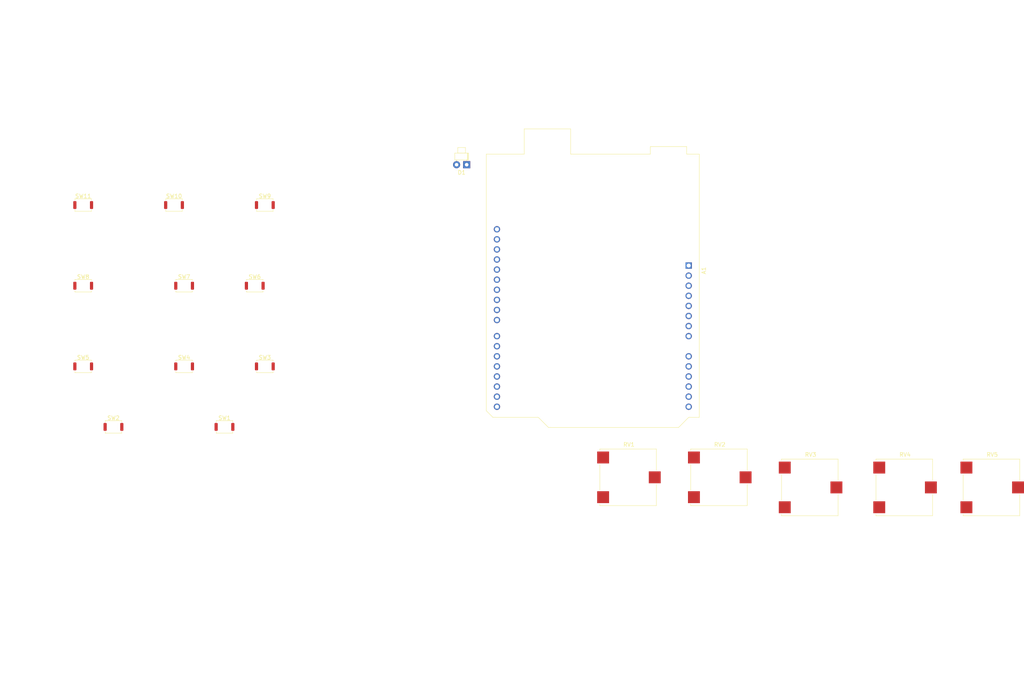
<source format=kicad_pcb>
(kicad_pcb (version 20221018) (generator pcbnew)
  (layers (0 "F.Cu" signal) (31 "B.Cu" signal) (34 "B.Paste" user) (35 "F.Paste" user) (36 "B.SilkS" user "B.Silkscreen") (37 "F.SilkS" user "F.Silkscreen") (38 "B.Mask" user) (39 "F.Mask" user) (44 "Edge.Cuts" user))
  (net 0 "")
  (net 10 "Net-(A1-A1)")
  (net 11 "Net-(A1-A2)")
  (net 12 "Net-(A1-A3)")
  (net 13 "Net-(A1-SDA{slash}A4-Pad13)")
  (net 14 "Net-(A1-SCL{slash}A5-Pad14)")
  (net 17 "Net-(A1-D2)")
  (net 18 "Net-(A1-D3)")
  (net 19 "Net-(A1-D4)")
  (net 20 "Net-(A1-D5)")
  (net 21 "Net-(A1-D6)")
  (net 22 "Net-(A1-D7)")
  (net 23 "Net-(A1-D8)")
  (net 24 "Net-(A1-D9)")
  (net 25 "Net-(A1-D10)")
  (net 26 "Net-(A1-D11)")
  (net 27 "Net-(A1-D12)")
  (net 28 "Net-(A1-D13)")
  (net 29 "Net-(D1-K)")
  (footprint "Potentiometer_SMD:Potentiometer_ACP_CA14-VSMD_Vertical_Hole" (layer "F.Cu") (at 232.26 96.52)
    (fp_text reference "RV4" (at 0 -8.25) (layer "F.SilkS"))
    (fp_text value "R_Potentiometer")
    (fp_line (start -7.32 -7.12) (end -7.32 -6.741) (stroke (width 0.12)) (layer "F.SilkS"))
    (fp_line (start -7.32 -7.12) (end 6.92 -7.12) (stroke (width 0.12)) (layer "F.SilkS"))
    (fp_line (start -7.32 -3.259) (end -7.32 3.26) (stroke (width 0.12)) (layer "F.SilkS"))
    (fp_line (start -7.32 6.74) (end -7.32 7.12) (stroke (width 0.12)) (layer "F.SilkS"))
    (fp_line (start -7.32 7.12) (end 6.92 7.12) (stroke (width 0.12)) (layer "F.SilkS"))
    (fp_line (start 6.92 -7.12) (end 6.92 -1.74) (stroke (width 0.12)) (layer "F.SilkS"))
    (fp_line (start 6.92 1.74) (end 6.92 7.12) (stroke (width 0.12)) (layer "F.SilkS"))
    (pad "" np_thru_hole circle (at -0.2 0) (size 7 7) (drill 7) (layers "*.Cu" "*.Mask"))
    (pad "1" smd rect (at -6.5 5) (size 3 3) (layers "F.Cu" "F.Paste" "F.Mask"))
    (pad "2" smd rect (at 6.5 0) (size 3 3) (layers "F.Cu" "F.Paste" "F.Mask") (net 13 "Net-(A1-SDA{slash}A4-Pad13)"))
    (pad "3" smd rect (at -6.5 -5) (size 3 3) (layers "F.Cu" "F.Paste" "F.Mask"))
  )
  (footprint "Potentiometer_SMD:Potentiometer_ACP_CA14-VSMD_Vertical_Hole" (layer "F.Cu") (at 185.62 93.98)
    (fp_text reference "RV2" (at 0 -8.25) (layer "F.SilkS"))
    (fp_text value "R_Potentiometer")
    (fp_line (start -7.32 -7.12) (end -7.32 -6.741) (stroke (width 0.12)) (layer "F.SilkS"))
    (fp_line (start -7.32 -7.12) (end 6.92 -7.12) (stroke (width 0.12)) (layer "F.SilkS"))
    (fp_line (start -7.32 -3.259) (end -7.32 3.26) (stroke (width 0.12)) (layer "F.SilkS"))
    (fp_line (start -7.32 6.74) (end -7.32 7.12) (stroke (width 0.12)) (layer "F.SilkS"))
    (fp_line (start -7.32 7.12) (end 6.92 7.12) (stroke (width 0.12)) (layer "F.SilkS"))
    (fp_line (start 6.92 -7.12) (end 6.92 -1.74) (stroke (width 0.12)) (layer "F.SilkS"))
    (fp_line (start 6.92 1.74) (end 6.92 7.12) (stroke (width 0.12)) (layer "F.SilkS"))
    (pad "" np_thru_hole circle (at -0.2 0) (size 7 7) (drill 7) (layers "*.Cu" "*.Mask"))
    (pad "1" smd rect (at -6.5 5) (size 3 3) (layers "F.Cu" "F.Paste" "F.Mask"))
    (pad "2" smd rect (at 6.5 0) (size 3 3) (layers "F.Cu" "F.Paste" "F.Mask") (net 11 "Net-(A1-A2)"))
    (pad "3" smd rect (at -6.5 -5) (size 3 3) (layers "F.Cu" "F.Paste" "F.Mask"))
  )
  (footprint "Potentiometer_SMD:Potentiometer_ACP_CA14-VSMD_Vertical_Hole" (layer "F.Cu") (at 162.76 93.98)
    (fp_text reference "RV1" (at 0 -8.25) (layer "F.SilkS"))
    (fp_text value "R_Potentiometer")
    (fp_line (start -7.32 -7.12) (end -7.32 -6.741) (stroke (width 0.12)) (layer "F.SilkS"))
    (fp_line (start -7.32 -7.12) (end 6.92 -7.12) (stroke (width 0.12)) (layer "F.SilkS"))
    (fp_line (start -7.32 -3.259) (end -7.32 3.26) (stroke (width 0.12)) (layer "F.SilkS"))
    (fp_line (start -7.32 6.74) (end -7.32 7.12) (stroke (width 0.12)) (layer "F.SilkS"))
    (fp_line (start -7.32 7.12) (end 6.92 7.12) (stroke (width 0.12)) (layer "F.SilkS"))
    (fp_line (start 6.92 -7.12) (end 6.92 -1.74) (stroke (width 0.12)) (layer "F.SilkS"))
    (fp_line (start 6.92 1.74) (end 6.92 7.12) (stroke (width 0.12)) (layer "F.SilkS"))
    (pad "" np_thru_hole circle (at -0.2 0) (size 7 7) (drill 7) (layers "*.Cu" "*.Mask"))
    (pad "1" smd rect (at -6.5 5) (size 3 3) (layers "F.Cu" "F.Paste" "F.Mask"))
    (pad "2" smd rect (at 6.5 0) (size 3 3) (layers "F.Cu" "F.Paste" "F.Mask") (net 10 "Net-(A1-A1)"))
    (pad "3" smd rect (at -6.5 -5) (size 3 3) (layers "F.Cu" "F.Paste" "F.Mask"))
  )
  (footprint "Potentiometer_SMD:Potentiometer_ACP_CA14-VSMD_Vertical_Hole" (layer "F.Cu") (at 254.2 96.52)
    (fp_text reference "RV5" (at 0 -8.25) (layer "F.SilkS"))
    (fp_text value "R_Potentiometer")
    (fp_line (start -7.32 -7.12) (end -7.32 -6.741) (stroke (width 0.12)) (layer "F.SilkS"))
    (fp_line (start -7.32 -7.12) (end 6.92 -7.12) (stroke (width 0.12)) (layer "F.SilkS"))
    (fp_line (start -7.32 -3.259) (end -7.32 3.26) (stroke (width 0.12)) (layer "F.SilkS"))
    (fp_line (start -7.32 6.74) (end -7.32 7.12) (stroke (width 0.12)) (layer "F.SilkS"))
    (fp_line (start -7.32 7.12) (end 6.92 7.12) (stroke (width 0.12)) (layer "F.SilkS"))
    (fp_line (start 6.92 -7.12) (end 6.92 -1.74) (stroke (width 0.12)) (layer "F.SilkS"))
    (fp_line (start 6.92 1.74) (end 6.92 7.12) (stroke (width 0.12)) (layer "F.SilkS"))
    (pad "" np_thru_hole circle (at -0.2 0) (size 7 7) (drill 7) (layers "*.Cu" "*.Mask"))
    (pad "1" smd rect (at -6.5 5) (size 3 3) (layers "F.Cu" "F.Paste" "F.Mask"))
    (pad "2" smd rect (at 6.5 0) (size 3 3) (layers "F.Cu" "F.Paste" "F.Mask") (net 14 "Net-(A1-SCL{slash}A5-Pad14)"))
    (pad "3" smd rect (at -6.5 -5) (size 3 3) (layers "F.Cu" "F.Paste" "F.Mask"))
  )
  (footprint "Button_Switch_SMD:SW_Push_SPST_NO_Alps_SKRK" (layer "F.Cu") (at 25.4 45.72)
    (fp_text reference "SW8" (at 0 -2.25) (layer "F.SilkS"))
    (fp_text value "SW_Push")
    (fp_line (start -2.07 -1.57) (end 2.07 -1.57) (stroke (width 0.12)) (layer "F.SilkS"))
    (fp_line (start -2.07 -1.27) (end -2.07 -1.57) (stroke (width 0.12)) (layer "F.SilkS"))
    (fp_line (start -2.07 1.57) (end -2.07 1.27) (stroke (width 0.12)) (layer "F.SilkS"))
    (fp_line (start 2.07 -1.57) (end 2.07 -1.27) (stroke (width 0.12)) (layer "F.SilkS"))
    (fp_line (start 2.07 1.27) (end 2.07 1.57) (stroke (width 0.12)) (layer "F.SilkS"))
    (fp_line (start 2.07 1.57) (end -2.07 1.57) (stroke (width 0.12)) (layer "F.SilkS"))
    (pad "1" smd roundrect (at -2.1 0) (size 0.8 2) (layers "F.Cu" "F.Paste" "F.Mask"))
    (pad "2" smd roundrect (at 2.1 0) (size 0.8 2) (layers "F.Cu" "F.Paste" "F.Mask") (net 24 "Net-(A1-D9)"))
  )
  (footprint "Button_Switch_SMD:SW_Push_SPST_NO_Alps_SKRK" (layer "F.Cu") (at 71.12 66.04)
    (fp_text reference "SW3" (at 0 -2.25) (layer "F.SilkS"))
    (fp_text value "SW_Push")
    (fp_line (start -2.07 -1.57) (end 2.07 -1.57) (stroke (width 0.12)) (layer "F.SilkS"))
    (fp_line (start -2.07 -1.27) (end -2.07 -1.57) (stroke (width 0.12)) (layer "F.SilkS"))
    (fp_line (start -2.07 1.57) (end -2.07 1.27) (stroke (width 0.12)) (layer "F.SilkS"))
    (fp_line (start 2.07 -1.57) (end 2.07 -1.27) (stroke (width 0.12)) (layer "F.SilkS"))
    (fp_line (start 2.07 1.27) (end 2.07 1.57) (stroke (width 0.12)) (layer "F.SilkS"))
    (fp_line (start 2.07 1.57) (end -2.07 1.57) (stroke (width 0.12)) (layer "F.SilkS"))
    (pad "1" smd roundrect (at -2.1 0) (size 0.8 2) (layers "F.Cu" "F.Paste" "F.Mask"))
    (pad "2" smd roundrect (at 2.1 0) (size 0.8 2) (layers "F.Cu" "F.Paste" "F.Mask") (net 19 "Net-(A1-D4)"))
  )
  (footprint "Button_Switch_SMD:SW_Push_SPST_NO_Alps_SKRK" (layer "F.Cu") (at 71.12 25.4)
    (fp_text reference "SW9" (at 0 -2.25) (layer "F.SilkS"))
    (fp_text value "SW_Push")
    (fp_line (start -2.07 -1.57) (end 2.07 -1.57) (stroke (width 0.12)) (layer "F.SilkS"))
    (fp_line (start -2.07 -1.27) (end -2.07 -1.57) (stroke (width 0.12)) (layer "F.SilkS"))
    (fp_line (start -2.07 1.57) (end -2.07 1.27) (stroke (width 0.12)) (layer "F.SilkS"))
    (fp_line (start 2.07 -1.57) (end 2.07 -1.27) (stroke (width 0.12)) (layer "F.SilkS"))
    (fp_line (start 2.07 1.27) (end 2.07 1.57) (stroke (width 0.12)) (layer "F.SilkS"))
    (fp_line (start 2.07 1.57) (end -2.07 1.57) (stroke (width 0.12)) (layer "F.SilkS"))
    (pad "1" smd roundrect (at -2.1 0) (size 0.8 2) (layers "F.Cu" "F.Paste" "F.Mask"))
    (pad "2" smd roundrect (at 2.1 0) (size 0.8 2) (layers "F.Cu" "F.Paste" "F.Mask") (net 25 "Net-(A1-D10)"))
  )
  (footprint "Button_Switch_SMD:SW_Push_SPST_NO_Alps_SKRK" (layer "F.Cu") (at 68.58 45.72)
    (fp_text reference "SW6" (at 0 -2.25) (layer "F.SilkS"))
    (fp_text value "SW_Push")
    (fp_line (start -2.07 -1.57) (end 2.07 -1.57) (stroke (width 0.12)) (layer "F.SilkS"))
    (fp_line (start -2.07 -1.27) (end -2.07 -1.57) (stroke (width 0.12)) (layer "F.SilkS"))
    (fp_line (start -2.07 1.57) (end -2.07 1.27) (stroke (width 0.12)) (layer "F.SilkS"))
    (fp_line (start 2.07 -1.57) (end 2.07 -1.27) (stroke (width 0.12)) (layer "F.SilkS"))
    (fp_line (start 2.07 1.27) (end 2.07 1.57) (stroke (width 0.12)) (layer "F.SilkS"))
    (fp_line (start 2.07 1.57) (end -2.07 1.57) (stroke (width 0.12)) (layer "F.SilkS"))
    (pad "1" smd roundrect (at -2.1 0) (size 0.8 2) (layers "F.Cu" "F.Paste" "F.Mask"))
    (pad "2" smd roundrect (at 2.1 0) (size 0.8 2) (layers "F.Cu" "F.Paste" "F.Mask") (net 22 "Net-(A1-D7)"))
  )
  (footprint "Button_Switch_SMD:SW_Push_SPST_NO_Alps_SKRK" (layer "F.Cu") (at 50.8 66.04)
    (fp_text reference "SW4" (at 0 -2.25) (layer "F.SilkS"))
    (fp_text value "SW_Push")
    (fp_line (start -2.07 -1.57) (end 2.07 -1.57) (stroke (width 0.12)) (layer "F.SilkS"))
    (fp_line (start -2.07 -1.27) (end -2.07 -1.57) (stroke (width 0.12)) (layer "F.SilkS"))
    (fp_line (start -2.07 1.57) (end -2.07 1.27) (stroke (width 0.12)) (layer "F.SilkS"))
    (fp_line (start 2.07 -1.57) (end 2.07 -1.27) (stroke (width 0.12)) (layer "F.SilkS"))
    (fp_line (start 2.07 1.27) (end 2.07 1.57) (stroke (width 0.12)) (layer "F.SilkS"))
    (fp_line (start 2.07 1.57) (end -2.07 1.57) (stroke (width 0.12)) (layer "F.SilkS"))
    (pad "1" smd roundrect (at -2.1 0) (size 0.8 2) (layers "F.Cu" "F.Paste" "F.Mask"))
    (pad "2" smd roundrect (at 2.1 0) (size 0.8 2) (layers "F.Cu" "F.Paste" "F.Mask") (net 20 "Net-(A1-D5)"))
  )
  (footprint "Potentiometer_SMD:Potentiometer_ACP_CA14-VSMD_Vertical_Hole" (layer "F.Cu") (at 208.48 96.52)
    (fp_text reference "RV3" (at 0 -8.25) (layer "F.SilkS"))
    (fp_text value "R_Potentiometer")
    (fp_line (start -7.32 -7.12) (end -7.32 -6.741) (stroke (width 0.12)) (layer "F.SilkS"))
    (fp_line (start -7.32 -7.12) (end 6.92 -7.12) (stroke (width 0.12)) (layer "F.SilkS"))
    (fp_line (start -7.32 -3.259) (end -7.32 3.26) (stroke (width 0.12)) (layer "F.SilkS"))
    (fp_line (start -7.32 6.74) (end -7.32 7.12) (stroke (width 0.12)) (layer "F.SilkS"))
    (fp_line (start -7.32 7.12) (end 6.92 7.12) (stroke (width 0.12)) (layer "F.SilkS"))
    (fp_line (start 6.92 -7.12) (end 6.92 -1.74) (stroke (width 0.12)) (layer "F.SilkS"))
    (fp_line (start 6.92 1.74) (end 6.92 7.12) (stroke (width 0.12)) (layer "F.SilkS"))
    (pad "" np_thru_hole circle (at -0.2 0) (size 7 7) (drill 7) (layers "*.Cu" "*.Mask"))
    (pad "1" smd rect (at -6.5 5) (size 3 3) (layers "F.Cu" "F.Paste" "F.Mask"))
    (pad "2" smd rect (at 6.5 0) (size 3 3) (layers "F.Cu" "F.Paste" "F.Mask") (net 12 "Net-(A1-A3)"))
    (pad "3" smd rect (at -6.5 -5) (size 3 3) (layers "F.Cu" "F.Paste" "F.Mask"))
  )
  (footprint "Button_Switch_SMD:SW_Push_SPST_NO_Alps_SKRK" (layer "F.Cu") (at 48.26 25.4)
    (fp_text reference "SW10" (at 0 -2.25) (layer "F.SilkS"))
    (fp_text value "SW_Push")
    (fp_line (start -2.07 -1.57) (end 2.07 -1.57) (stroke (width 0.12)) (layer "F.SilkS"))
    (fp_line (start -2.07 -1.27) (end -2.07 -1.57) (stroke (width 0.12)) (layer "F.SilkS"))
    (fp_line (start -2.07 1.57) (end -2.07 1.27) (stroke (width 0.12)) (layer "F.SilkS"))
    (fp_line (start 2.07 -1.57) (end 2.07 -1.27) (stroke (width 0.12)) (layer "F.SilkS"))
    (fp_line (start 2.07 1.27) (end 2.07 1.57) (stroke (width 0.12)) (layer "F.SilkS"))
    (fp_line (start 2.07 1.57) (end -2.07 1.57) (stroke (width 0.12)) (layer "F.SilkS"))
    (pad "1" smd roundrect (at -2.1 0) (size 0.8 2) (layers "F.Cu" "F.Paste" "F.Mask") (net 26 "Net-(A1-D11)"))
    (pad "2" smd roundrect (at 2.1 0) (size 0.8 2) (layers "F.Cu" "F.Paste" "F.Mask"))
  )
  (footprint "Button_Switch_SMD:SW_Push_SPST_NO_Alps_SKRK" (layer "F.Cu") (at 25.4 25.4)
    (fp_text reference "SW11" (at 0 -2.25) (layer "F.SilkS"))
    (fp_text value "SW_Push")
    (fp_line (start -2.07 -1.57) (end 2.07 -1.57) (stroke (width 0.12)) (layer "F.SilkS"))
    (fp_line (start -2.07 -1.27) (end -2.07 -1.57) (stroke (width 0.12)) (layer "F.SilkS"))
    (fp_line (start -2.07 1.57) (end -2.07 1.27) (stroke (width 0.12)) (layer "F.SilkS"))
    (fp_line (start 2.07 -1.57) (end 2.07 -1.27) (stroke (width 0.12)) (layer "F.SilkS"))
    (fp_line (start 2.07 1.27) (end 2.07 1.57) (stroke (width 0.12)) (layer "F.SilkS"))
    (fp_line (start 2.07 1.57) (end -2.07 1.57) (stroke (width 0.12)) (layer "F.SilkS"))
    (pad "1" smd roundrect (at -2.1 0) (size 0.8 2) (layers "F.Cu" "F.Paste" "F.Mask") (net 27 "Net-(A1-D12)"))
    (pad "2" smd roundrect (at 2.1 0) (size 0.8 2) (layers "F.Cu" "F.Paste" "F.Mask"))
  )
  (footprint "Button_Switch_SMD:SW_Push_SPST_NO_Alps_SKRK" (layer "F.Cu") (at 25.4 66.04)
    (fp_text reference "SW5" (at 0 -2.25) (layer "F.SilkS"))
    (fp_text value "SW_Push")
    (fp_line (start -2.07 -1.57) (end 2.07 -1.57) (stroke (width 0.12)) (layer "F.SilkS"))
    (fp_line (start -2.07 -1.27) (end -2.07 -1.57) (stroke (width 0.12)) (layer "F.SilkS"))
    (fp_line (start -2.07 1.57) (end -2.07 1.27) (stroke (width 0.12)) (layer "F.SilkS"))
    (fp_line (start 2.07 -1.57) (end 2.07 -1.27) (stroke (width 0.12)) (layer "F.SilkS"))
    (fp_line (start 2.07 1.27) (end 2.07 1.57) (stroke (width 0.12)) (layer "F.SilkS"))
    (fp_line (start 2.07 1.57) (end -2.07 1.57) (stroke (width 0.12)) (layer "F.SilkS"))
    (pad "1" smd roundrect (at -2.1 0) (size 0.8 2) (layers "F.Cu" "F.Paste" "F.Mask"))
    (pad "2" smd roundrect (at 2.1 0) (size 0.8 2) (layers "F.Cu" "F.Paste" "F.Mask") (net 21 "Net-(A1-D6)"))
  )
  (footprint "Button_Switch_SMD:SW_Push_SPST_NO_Alps_SKRK" (layer "F.Cu") (at 60.96 81.28)
    (fp_text reference "SW1" (at 0 -2.25) (layer "F.SilkS"))
    (fp_text value "SW_Push")
    (fp_line (start -2.07 -1.57) (end 2.07 -1.57) (stroke (width 0.12)) (layer "F.SilkS"))
    (fp_line (start -2.07 -1.27) (end -2.07 -1.57) (stroke (width 0.12)) (layer "F.SilkS"))
    (fp_line (start -2.07 1.57) (end -2.07 1.27) (stroke (width 0.12)) (layer "F.SilkS"))
    (fp_line (start 2.07 -1.57) (end 2.07 -1.27) (stroke (width 0.12)) (layer "F.SilkS"))
    (fp_line (start 2.07 1.27) (end 2.07 1.57) (stroke (width 0.12)) (layer "F.SilkS"))
    (fp_line (start 2.07 1.57) (end -2.07 1.57) (stroke (width 0.12)) (layer "F.SilkS"))
    (pad "1" smd roundrect (at -2.1 0) (size 0.8 2) (layers "F.Cu" "F.Paste" "F.Mask"))
    (pad "2" smd roundrect (at 2.1 0) (size 0.8 2) (layers "F.Cu" "F.Paste" "F.Mask") (net 17 "Net-(A1-D2)"))
  )
  (footprint "Button_Switch_SMD:SW_Push_SPST_NO_Alps_SKRK" (layer "F.Cu") (at 50.8 45.72)
    (fp_text reference "SW7" (at 0 -2.25) (layer "F.SilkS"))
    (fp_text value "SW_Push")
    (fp_line (start -2.07 -1.57) (end 2.07 -1.57) (stroke (width 0.12)) (layer "F.SilkS"))
    (fp_line (start -2.07 -1.27) (end -2.07 -1.57) (stroke (width 0.12)) (layer "F.SilkS"))
    (fp_line (start -2.07 1.57) (end -2.07 1.27) (stroke (width 0.12)) (layer "F.SilkS"))
    (fp_line (start 2.07 -1.57) (end 2.07 -1.27) (stroke (width 0.12)) (layer "F.SilkS"))
    (fp_line (start 2.07 1.27) (end 2.07 1.57) (stroke (width 0.12)) (layer "F.SilkS"))
    (fp_line (start 2.07 1.57) (end -2.07 1.57) (stroke (width 0.12)) (layer "F.SilkS"))
    (pad "1" smd roundrect (at -2.1 0) (size 0.8 2) (layers "F.Cu" "F.Paste" "F.Mask"))
    (pad "2" smd roundrect (at 2.1 0) (size 0.8 2) (layers "F.Cu" "F.Paste" "F.Mask") (net 23 "Net-(A1-D8)"))
  )
  (footprint "Module:Arduino_UNO_R3" (layer "F.Cu") (at 177.8 40.64 -90)
    (fp_text reference "A1" (at 1.27 -3.81 90) (layer "F.SilkS"))
    (fp_text value "Arduino_UNO_R3")
    (fp_line (start -34.42 29.72) (end -34.42 41.4) (stroke (width 0.12)) (layer "F.SilkS"))
    (fp_line (start -34.42 41.4) (end -28.07 41.4) (stroke (width 0.12)) (layer "F.SilkS"))
    (fp_line (start -29.97 0.51) (end -29.97 9.65) (stroke (width 0.12)) (layer "F.SilkS"))
    (fp_line (start -29.97 9.65) (end -28.07 9.65) (stroke (width 0.12)) (layer "F.SilkS"))
    (fp_line (start -28.07 -2.67) (end -28.07 0.51) (stroke (width 0.12)) (layer "F.SilkS"))
    (fp_line (start -28.07 0.51) (end -29.97 0.51) (stroke (width 0.12)) (layer "F.SilkS"))
    (fp_line (start -28.07 9.65) (end -28.07 29.72) (stroke (width 0.12)) (layer "F.SilkS"))
    (fp_line (start -28.07 29.72) (end -34.42 29.72) (stroke (width 0.12)) (layer "F.SilkS"))
    (fp_line (start -28.07 41.4) (end -28.07 50.93) (stroke (width 0.12)) (layer "F.SilkS"))
    (fp_line (start -28.07 50.93) (end 36.58 50.93) (stroke (width 0.12)) (layer "F.SilkS"))
    (fp_line (start 36.58 50.93) (end 38.23 49.28) (stroke (width 0.12)) (layer "F.SilkS"))
    (fp_line (start 38.23 -2.67) (end -28.07 -2.67) (stroke (width 0.12)) (layer "F.SilkS"))
    (fp_line (start 38.23 0) (end 38.23 -2.67) (stroke (width 0.12)) (layer "F.SilkS"))
    (fp_line (start 38.23 37.85) (end 40.77 35.31) (stroke (width 0.12)) (layer "F.SilkS"))
    (fp_line (start 38.23 49.28) (end 38.23 37.85) (stroke (width 0.12)) (layer "F.SilkS"))
    (fp_line (start 40.77 2.54) (end 38.23 0) (stroke (width 0.12)) (layer "F.SilkS"))
    (fp_line (start 40.77 35.31) (end 40.77 2.54) (stroke (width 0.12)) (layer "F.SilkS"))
    (pad "1" thru_hole rect (at 0 0) (size 1.6 1.6) (drill 1) (layers "*.Cu" "*.Mask"))
    (pad "2" thru_hole oval (at 2.54 0) (size 1.6 1.6) (drill 1) (layers "*.Cu" "*.Mask"))
    (pad "3" thru_hole oval (at 5.08 0) (size 1.6 1.6) (drill 1) (layers "*.Cu" "*.Mask"))
    (pad "4" thru_hole oval (at 7.62 0) (size 1.6 1.6) (drill 1) (layers "*.Cu" "*.Mask"))
    (pad "5" thru_hole oval (at 10.16 0) (size 1.6 1.6) (drill 1) (layers "*.Cu" "*.Mask"))
    (pad "6" thru_hole oval (at 12.7 0) (size 1.6 1.6) (drill 1) (layers "*.Cu" "*.Mask"))
    (pad "7" thru_hole oval (at 15.24 0) (size 1.6 1.6) (drill 1) (layers "*.Cu" "*.Mask"))
    (pad "8" thru_hole oval (at 17.78 0) (size 1.6 1.6) (drill 1) (layers "*.Cu" "*.Mask"))
    (pad "9" thru_hole oval (at 22.86 0) (size 1.6 1.6) (drill 1) (layers "*.Cu" "*.Mask"))
    (pad "10" thru_hole oval (at 25.4 0) (size 1.6 1.6) (drill 1) (layers "*.Cu" "*.Mask") (net 10 "Net-(A1-A1)"))
    (pad "11" thru_hole oval (at 27.94 0) (size 1.6 1.6) (drill 1) (layers "*.Cu" "*.Mask") (net 11 "Net-(A1-A2)"))
    (pad "12" thru_hole oval (at 30.48 0) (size 1.6 1.6) (drill 1) (layers "*.Cu" "*.Mask") (net 12 "Net-(A1-A3)"))
    (pad "13" thru_hole oval (at 33.02 0) (size 1.6 1.6) (drill 1) (layers "*.Cu" "*.Mask") (net 13 "Net-(A1-SDA{slash}A4-Pad13)"))
    (pad "14" thru_hole oval (at 35.56 0) (size 1.6 1.6) (drill 1) (layers "*.Cu" "*.Mask") (net 14 "Net-(A1-SCL{slash}A5-Pad14)"))
    (pad "15" thru_hole oval (at 35.56 48.26) (size 1.6 1.6) (drill 1) (layers "*.Cu" "*.Mask"))
    (pad "16" thru_hole oval (at 33.02 48.26) (size 1.6 1.6) (drill 1) (layers "*.Cu" "*.Mask"))
    (pad "17" thru_hole oval (at 30.48 48.26) (size 1.6 1.6) (drill 1) (layers "*.Cu" "*.Mask") (net 17 "Net-(A1-D2)"))
    (pad "18" thru_hole oval (at 27.94 48.26) (size 1.6 1.6) (drill 1) (layers "*.Cu" "*.Mask") (net 18 "Net-(A1-D3)"))
    (pad "19" thru_hole oval (at 25.4 48.26) (size 1.6 1.6) (drill 1) (layers "*.Cu" "*.Mask") (net 19 "Net-(A1-D4)"))
    (pad "20" thru_hole oval (at 22.86 48.26) (size 1.6 1.6) (drill 1) (layers "*.Cu" "*.Mask") (net 20 "Net-(A1-D5)"))
    (pad "21" thru_hole oval (at 20.32 48.26) (size 1.6 1.6) (drill 1) (layers "*.Cu" "*.Mask") (net 21 "Net-(A1-D6)"))
    (pad "22" thru_hole oval (at 17.78 48.26) (size 1.6 1.6) (drill 1) (layers "*.Cu" "*.Mask") (net 22 "Net-(A1-D7)"))
    (pad "23" thru_hole oval (at 13.72 48.26) (size 1.6 1.6) (drill 1) (layers "*.Cu" "*.Mask") (net 23 "Net-(A1-D8)"))
    (pad "24" thru_hole oval (at 11.18 48.26) (size 1.6 1.6) (drill 1) (layers "*.Cu" "*.Mask") (net 24 "Net-(A1-D9)"))
    (pad "25" thru_hole oval (at 8.64 48.26) (size 1.6 1.6) (drill 1) (layers "*.Cu" "*.Mask") (net 25 "Net-(A1-D10)"))
    (pad "26" thru_hole oval (at 6.1 48.26) (size 1.6 1.6) (drill 1) (layers "*.Cu" "*.Mask") (net 26 "Net-(A1-D11)"))
    (pad "27" thru_hole oval (at 3.56 48.26) (size 1.6 1.6) (drill 1) (layers "*.Cu" "*.Mask") (net 27 "Net-(A1-D12)"))
    (pad "28" thru_hole oval (at 1.02 48.26) (size 1.6 1.6) (drill 1) (layers "*.Cu" "*.Mask") (net 28 "Net-(A1-D13)"))
    (pad "29" thru_hole oval (at -1.52 48.26) (size 1.6 1.6) (drill 1) (layers "*.Cu" "*.Mask") (net 29 "Net-(D1-K)"))
    (pad "30" thru_hole oval (at -4.06 48.26) (size 1.6 1.6) (drill 1) (layers "*.Cu" "*.Mask"))
    (pad "31" thru_hole oval (at -6.6 48.26) (size 1.6 1.6) (drill 1) (layers "*.Cu" "*.Mask"))
    (pad "32" thru_hole oval (at -9.14 48.26) (size 1.6 1.6) (drill 1) (layers "*.Cu" "*.Mask"))
  )
  (footprint "LED_THT:LED_D1.8mm_W1.8mm_H2.4mm_Horizontal_O1.27mm_Z4.9mm" (layer "F.Cu") (at 121.92 15.24 180)
    (fp_text reference "D1" (at 1.27 -1.96) (layer "F.SilkS"))
    (fp_text value "LED")
    (fp_line (start -0.44 1.21) (end -0.44 2.93) (stroke (width 0.12)) (layer "F.SilkS"))
    (fp_line (start -0.44 2.93) (end 2.98 2.93) (stroke (width 0.12)) (layer "F.SilkS"))
    (fp_line (start -0.32 1.21) (end -0.32 2.93) (stroke (width 0.12)) (layer "F.SilkS"))
    (fp_line (start -0.2 1.21) (end -0.2 2.93) (stroke (width 0.12)) (layer "F.SilkS"))
    (fp_line (start 0 1.08) (end 0 1.08) (stroke (width 0.12)) (layer "F.SilkS"))
    (fp_line (start 0 1.08) (end 0 1.21) (stroke (width 0.12)) (layer "F.SilkS"))
    (fp_line (start 0 1.21) (end 0 1.08) (stroke (width 0.12)) (layer "F.SilkS"))
    (fp_line (start 0 1.21) (end 0 1.21) (stroke (width 0.12)) (layer "F.SilkS"))
    (fp_line (start 0.31 2.93) (end 0.31 4.33) (stroke (width 0.12)) (layer "F.SilkS"))
    (fp_line (start 0.31 4.33) (end 2.23 4.33) (stroke (width 0.12)) (layer "F.SilkS"))
    (fp_line (start 2.23 2.93) (end 0.31 2.93) (stroke (width 0.12)) (layer "F.SilkS"))
    (fp_line (start 2.23 4.33) (end 2.23 2.93) (stroke (width 0.12)) (layer "F.SilkS"))
    (fp_line (start 2.54 1.08) (end 2.54 1.08) (stroke (width 0.12)) (layer "F.SilkS"))
    (fp_line (start 2.54 1.08) (end 2.54 1.21) (stroke (width 0.12)) (layer "F.SilkS"))
    (fp_line (start 2.54 1.21) (end 2.54 1.08) (stroke (width 0.12)) (layer "F.SilkS"))
    (fp_line (start 2.54 1.21) (end 2.54 1.21) (stroke (width 0.12)) (layer "F.SilkS"))
    (fp_line (start 2.98 1.21) (end -0.44 1.21) (stroke (width 0.12)) (layer "F.SilkS"))
    (fp_line (start 2.98 2.93) (end 2.98 1.21) (stroke (width 0.12)) (layer "F.SilkS"))
    (pad "1" thru_hole rect (at 0 0 180) (size 1.8 1.8) (drill 0.9) (layers "*.Cu" "*.Mask") (net 29 "Net-(D1-K)"))
    (pad "2" thru_hole circle (at 2.54 0 180) (size 1.8 1.8) (drill 0.9) (layers "*.Cu" "*.Mask") (net 28 "Net-(A1-D13)"))
  )
  (footprint "Button_Switch_SMD:SW_Push_SPST_NO_Alps_SKRK" (layer "F.Cu") (at 33.02 81.28)
    (fp_text reference "SW2" (at 0 -2.25) (layer "F.SilkS"))
    (fp_text value "SW_Push")
    (fp_line (start -2.07 -1.57) (end 2.07 -1.57) (stroke (width 0.12)) (layer "F.SilkS"))
    (fp_line (start -2.07 -1.27) (end -2.07 -1.57) (stroke (width 0.12)) (layer "F.SilkS"))
    (fp_line (start -2.07 1.57) (end -2.07 1.27) (stroke (width 0.12)) (layer "F.SilkS"))
    (fp_line (start 2.07 -1.57) (end 2.07 -1.27) (stroke (width 0.12)) (layer "F.SilkS"))
    (fp_line (start 2.07 1.27) (end 2.07 1.57) (stroke (width 0.12)) (layer "F.SilkS"))
    (fp_line (start 2.07 1.57) (end -2.07 1.57) (stroke (width 0.12)) (layer "F.SilkS"))
    (pad "1" smd roundrect (at -2.1 0) (size 0.8 2) (layers "F.Cu" "F.Paste" "F.Mask"))
    (pad "2" smd roundrect (at 2.1 0) (size 0.8 2) (layers "F.Cu" "F.Paste" "F.Mask") (net 18 "Net-(A1-D3)"))
  )
)
</source>
